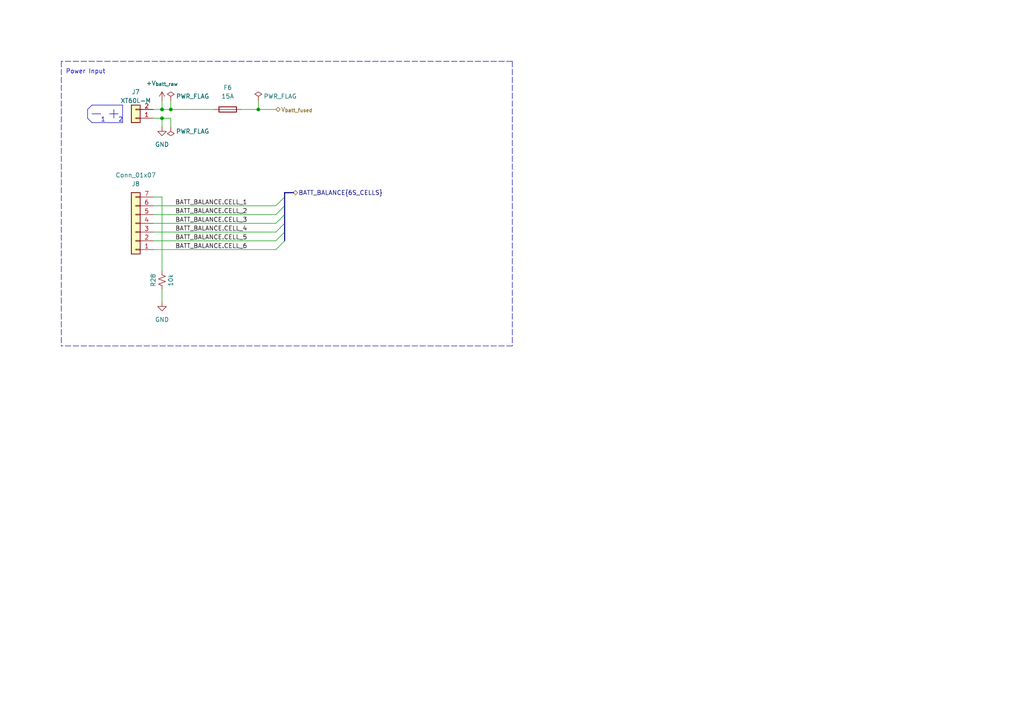
<source format=kicad_sch>
(kicad_sch (version 20231120) (generator "eeschema") (generator_version "8.0")
  (paper "A4")
  (title_block (title "Power Board") (date "2025-01-20") (rev "1.1") (company "SSL A-Team") (comment 1 "Will Stuckey"))
  (lib_symbols
    (symbol "AT-Supplies:+V_{BATT(RAW)}" (power) (pin_names (offset 0)) (in_bom no) (on_board no)
      (property "Value" "+V_{BATT(RAW)}" (at 0 5.08 0))
      (symbol "+V_{BATT(RAW)}_0_1"
        (polyline (pts (xy -0.76 1.27) (xy 0.002 2.54)))
        (polyline (pts (xy 0.002 0) (xy 0.002 2.54)))
        (polyline (pts (xy 0.002 2.54) (xy 0.764 1.27)))
      )
      (symbol "+V_{BATT(RAW)}_1_1"
        (pin power_in line (at 0 0 90) (length 0) hide (name "+V_{BATT(RAW)}") (number "1"))
      )
    )
    (symbol "Connector_Generic:Conn_01x02" (pin_names (offset 1.016) hide)
      (property "Reference" "J" (at 0 2.54 0))
      (property "Value" "Conn_01x02" (at 0 -5.08 0))
      (symbol "Conn_01x02_1_1"
        (rectangle (start -1.27 -2.413) (end 0 -2.667) (stroke (width 0.1524)))
        (rectangle (start -1.27 0.127) (end 0 -0.127) (stroke (width 0.1524)))
        (rectangle (start -1.27 1.27) (end 1.27 -3.81) (stroke (width 0.254)) (fill (type background)))
        (pin passive line (at -5.08 0 0) (length 3.81) (name "Pin_1") (number "1"))
        (pin passive line (at -5.08 -2.54 0) (length 3.81) (name "Pin_2") (number "2"))
      )
    )
    (symbol "Connector_Generic:Conn_01x07" (pin_names (offset 1.016) hide)
      (property "Reference" "J" (at 0 10.16 0))
      (property "Value" "Conn_01x07" (at 0 -10.16 0))
      (symbol "Conn_01x07_1_1"
        (rectangle (start -1.27 -7.493) (end 0 -7.747) (stroke (width 0.1524)))
        (rectangle (start -1.27 -4.953) (end 0 -5.207) (stroke (width 0.1524)))
        (rectangle (start -1.27 -2.413) (end 0 -2.667) (stroke (width 0.1524)))
        (rectangle (start -1.27 0.127) (end 0 -0.127) (stroke (width 0.1524)))
        (rectangle (start -1.27 2.667) (end 0 2.413) (stroke (width 0.1524)))
        (rectangle (start -1.27 5.207) (end 0 4.953) (stroke (width 0.1524)))
        (rectangle (start -1.27 7.747) (end 0 7.493) (stroke (width 0.1524)))
        (rectangle (start -1.27 8.89) (end 1.27 -8.89) (stroke (width 0.254)) (fill (type background)))
        (pin passive line (at -5.08 7.62 0) (length 3.81) (name "Pin_1") (number "1"))
        (pin passive line (at -5.08 5.08 0) (length 3.81) (name "Pin_2") (number "2"))
        (pin passive line (at -5.08 2.54 0) (length 3.81) (name "Pin_3") (number "3"))
        (pin passive line (at -5.08 0 0) (length 3.81) (name "Pin_4") (number "4"))
        (pin passive line (at -5.08 -2.54 0) (length 3.81) (name "Pin_5") (number "5"))
        (pin passive line (at -5.08 -5.08 0) (length 3.81) (name "Pin_6") (number "6"))
        (pin passive line (at -5.08 -7.62 0) (length 3.81) (name "Pin_7") (number "7"))
      )
    )
    (symbol "Device:Fuse" (pin_numbers hide) (pin_names (offset 0))
      (property "Reference" "F" (at 2.032 0 90))
      (property "Value" "Fuse" (at -1.905 0 90))
      (symbol "Fuse_0_1"
        (rectangle (start -0.762 -2.54) (end 0.762 2.54) (stroke (width 0.254)))
        (polyline (pts (xy 0 2.54) (xy 0 -2.54)))
      )
      (symbol "Fuse_1_1"
        (pin passive line (at 0 3.81 270) (length 1.27) (name "~") (number "1"))
        (pin passive line (at 0 -3.81 90) (length 1.27) (name "~") (number "2"))
      )
    )
    (symbol "Device:R_Small_US" (pin_numbers hide) (pin_names (offset 0.254) hide)
      (property "Reference" "R" (at 0.762 0.508 0))
      (property "Value" "R_Small_US" (at 0.762 -1.016 0))
      (symbol "R_Small_US_1_1"
        (polyline (pts (xy 0 0) (xy 1.016 -0.381) (xy 0 -0.762) (xy -1.016 -1.143) (xy 0 -1.524)))
        (polyline (pts (xy 0 1.524) (xy 1.016 1.143) (xy 0 0.762) (xy -1.016 0.381) (xy 0 0)))
        (pin passive line (at 0 2.54 270) (length 1.016) (name "~") (number "1"))
        (pin passive line (at 0 -2.54 90) (length 1.016) (name "~") (number "2"))
      )
    )
    (symbol "power:GND" (power) (pin_names (offset 0))
      (property "Value" "GND" (at 0 -3.81 0))
      (symbol "GND_0_1"
        (polyline (pts (xy 0 0) (xy 0 -1.27) (xy 1.27 -1.27) (xy 0 -2.54) (xy -1.27 -1.27) (xy 0 -1.27)))
      )
      (symbol "GND_1_1"
        (pin power_in line (at 0 0 270) (length 0) hide (name "GND") (number "1"))
      )
    )
    (symbol "power:PWR_FLAG" (power) (pin_numbers hide) (pin_names (offset 0) hide)
      (property "Value" "PWR_FLAG" (at 0 3.81 0))
      (symbol "PWR_FLAG_0_0"
        (pin power_out line (at 0 0 90) (length 0) (name "pwr") (number "1"))
      )
      (symbol "PWR_FLAG_0_1"
        (polyline (pts (xy 0 0) (xy 0 1.27) (xy -1.016 1.905) (xy 0 2.54) (xy 1.016 1.905) (xy 0 1.27)))
      )
    )
  )
  (bus_alias "6S_CELLS" (members "CELL_1" "CELL_2" "CELL_3" "CELL_4" "CELL_5" "CELL_6"))
  (junction (at 46.99 31.75))
  (junction (at 46.99 34.29))
  (junction (at 49.53 31.75))
  (junction (at 74.93 31.75))
  (bus_entry (at 82.55 69.85) (size -2.54 2.54))
  (bus_entry (at 82.55 64.77) (size -2.54 2.54))
  (bus_entry (at 82.55 67.31) (size -2.54 2.54))
  (bus_entry (at 82.55 59.69) (size -2.54 2.54))
  (bus_entry (at 82.55 57.15) (size -2.54 2.54))
  (bus_entry (at 82.55 62.23) (size -2.54 2.54))
  (wire (pts (xy 49.53 36.83) (xy 49.53 34.29)))
  (wire (pts (xy 44.45 67.31) (xy 80.01 67.31)))
  (polyline (pts (xy 148.59 17.78) (xy 17.78 17.78)) (stroke (width 0) (type dash)))
  (polyline (pts (xy 35.56 35.56) (xy 26.67 35.56)) (stroke (width 0) (type solid)))
  (polyline (pts (xy 25.4 34.29) (xy 26.67 35.56)) (stroke (width 0) (type solid)))
  (polyline (pts (xy 35.56 30.48) (xy 35.56 35.56)) (stroke (width 0) (type solid)))
  (wire (pts (xy 44.45 69.85) (xy 80.01 69.85)))
  (bus (pts (xy 82.55 59.69) (xy 82.55 62.23)))
  (wire (pts (xy 46.99 31.75) (xy 49.53 31.75)))
  (wire (pts (xy 46.99 83.82) (xy 46.99 87.63)))
  (wire (pts (xy 44.45 62.23) (xy 80.01 62.23)))
  (bus (pts (xy 82.55 62.23) (xy 82.55 64.77)))
  (bus (pts (xy 82.55 57.15) (xy 82.55 59.69)))
  (polyline (pts (xy 29.21 33.02) (xy 26.67 33.02)) (stroke (width 0) (type solid)))
  (wire (pts (xy 49.53 31.75) (xy 62.23 31.75)))
  (wire (pts (xy 44.45 31.75) (xy 46.99 31.75)))
  (wire (pts (xy 69.85 31.75) (xy 74.93 31.75)))
  (bus (pts (xy 82.55 55.88) (xy 82.55 57.15)))
  (polyline (pts (xy 34.29 33.02) (xy 31.75 33.02)) (stroke (width 0) (type solid)))
  (polyline (pts (xy 26.67 30.48) (xy 25.4 31.75)) (stroke (width 0) (type solid)))
  (wire (pts (xy 46.99 34.29) (xy 49.53 34.29)))
  (wire (pts (xy 46.99 57.15) (xy 46.99 78.74)))
  (wire (pts (xy 46.99 29.21) (xy 46.99 31.75)))
  (polyline (pts (xy 33.02 31.75) (xy 33.02 34.29)) (stroke (width 0) (type solid)))
  (bus (pts (xy 82.55 67.31) (xy 82.55 69.85)))
  (wire (pts (xy 44.45 57.15) (xy 46.99 57.15)))
  (bus (pts (xy 82.55 64.77) (xy 82.55 67.31)))
  (polyline (pts (xy 35.56 30.48) (xy 26.67 30.48)) (stroke (width 0) (type solid)))
  (wire (pts (xy 44.45 34.29) (xy 46.99 34.29)))
  (wire (pts (xy 44.45 72.39) (xy 80.01 72.39)))
  (wire (pts (xy 44.45 64.77) (xy 80.01 64.77)))
  (wire (pts (xy 44.45 59.69) (xy 80.01 59.69)))
  (wire (pts (xy 74.93 31.75) (xy 80.01 31.75)))
  (polyline (pts (xy 148.59 17.78) (xy 148.59 100.33)) (stroke (width 0) (type dash)))
  (polyline (pts (xy 25.4 31.75) (xy 25.4 34.29)) (stroke (width 0) (type solid)))
  (wire (pts (xy 74.93 29.21) (xy 74.93 31.75)))
  (polyline (pts (xy 148.59 100.33) (xy 17.78 100.33)) (stroke (width 0) (type dash)))
  (bus (pts (xy 85.09 55.88) (xy 82.55 55.88)))
  (polyline (pts (xy 17.78 17.78) (xy 17.78 100.33)) (stroke (width 0) (type dash)))
  (wire (pts (xy 46.99 34.29) (xy 46.99 36.83)))
  (wire (pts (xy 49.53 29.21) (xy 49.53 31.75)))
  (text "2" (at 34.29 35.56 0) (effects (font (size 1.27 1.27)) (justify left bottom)))
  (text "1" (at 29.21 35.56 0) (effects (font (size 1.27 1.27)) (justify left bottom)))
  (text "Power Input" (at 19.05 21.59 0) (effects (font (size 1.27 1.27)) (justify left bottom)))
  (label "BATT_BALANCE.CELL_4" (at 50.8 67.31 0))
  (label "BATT_BALANCE.CELL_1" (at 50.8 59.69 0))
  (label "BATT_BALANCE.CELL_2" (at 50.8 62.23 0))
  (label "BATT_BALANCE.CELL_3" (at 50.8 64.77 0))
  (label "BATT_BALANCE.CELL_6" (at 50.8 72.39 0))
  (label "BATT_BALANCE.CELL_5" (at 50.8 69.85 0))
  (hierarchical_label "BATT_BALANCE{6S_CELLS}" (shape bidirectional) (at 85.09 55.88 0))
  (hierarchical_label "V_{batt_fused}" (shape bidirectional) (at 80.01 31.75 0))
  (symbol (lib_id "Connector_Generic:Conn_01x02") (at 39.37 34.29 180) (unit 1) (in_bom no)
    (property "Reference" "J7" (at 39.37 26.67 0))
    (property "Value" "XT60L-M" (at 39.37 29.21 0))
    (property "Footprint" "Connector_AMASS:AMASS_XT60PW-M_1x02_P7.20mm_Horizontal" (effects (hide yes)))
  )
  (symbol (lib_id "Device:R_Small_US") (at 46.99 81.28 0) (unit 1)
    (property "Reference" "R28" (at 44.45 81.28 90))
    (property "Value" "10k" (at 49.53 81.28 90))
    (property "Footprint" "Resistor_SMD:R_0402_1005Metric" (effects (hide yes)))
  )
  (symbol (lib_id "power:GND") (at 46.99 87.63 0) (unit 1)
    (property "Reference" "#PWR0110" (effects (hide yes)))
    (property "Value" "GND" (at 46.99 92.71 0))
    (property "Description" "Power symbol creates a global label with name \"GND\" , ground" (effects (hide yes)))
  )
  (symbol (lib_id "power:GND") (at 46.99 36.83 0) (unit 1)
    (property "Reference" "#PWR0109" (effects (hide yes)))
    (property "Value" "GND" (at 46.99 41.91 0))
  )
  (symbol (lib_id "power:PWR_FLAG") (at 49.53 29.21 0) (unit 1)
    (property "Reference" "#FLG011" (effects (hide yes)))
    (property "Value" "PWR_FLAG" (at 55.88 27.94 0))
  )
  (symbol (lib_id "power:PWR_FLAG") (at 74.93 29.21 0) (unit 1)
    (property "Reference" "#FLG013" (effects (hide yes)))
    (property "Value" "PWR_FLAG" (at 81.28 27.94 0))
  )
  (symbol (lib_id "AT-Supplies:+V_{BATT(RAW)}") (at 46.99 29.21 0) (unit 1) (in_bom no) (on_board no)
    (property "Reference" "#PWR0108" (effects (hide yes)))
    (property "Value" "+V_{batt_raw}" (at 46.992 24.13 0))
  )
  (symbol (lib_id "Connector_Generic:Conn_01x07") (at 39.37 64.77 180) (unit 1)
    (property "Reference" "J8" (at 39.37 53.34 0))
    (property "Value" "Conn_01x07" (at 39.37 50.8 0))
    (property "Footprint" "Connector_JST:JST_XH_S7B-XH-A_1x07_P2.50mm_Horizontal" (effects (hide yes)))
    (property "Description" "Generic connector, single row, 01x07, script generated (kicad-library-utils/schlib/autogen/connector/)" (effects (hide yes)))
    (property "LCSC" "C157916" (effects (hide yes)))
  )
  (symbol (lib_id "Device:Fuse") (at 66.04 31.75 90) (unit 1)
    (property "Reference" "F6" (at 66.04 25.4 90))
    (property "Value" "15A" (at 66.04 27.94 90))
    (property "Footprint" "AT-Fuses:3557-2" (effects (hide yes)))
  )
  (symbol (lib_id "power:PWR_FLAG") (at 49.53 36.83 180) (unit 1)
    (property "Reference" "#FLG012" (effects (hide yes)))
    (property "Value" "PWR_FLAG" (at 55.88 38.1 0))
  )
)
</source>
